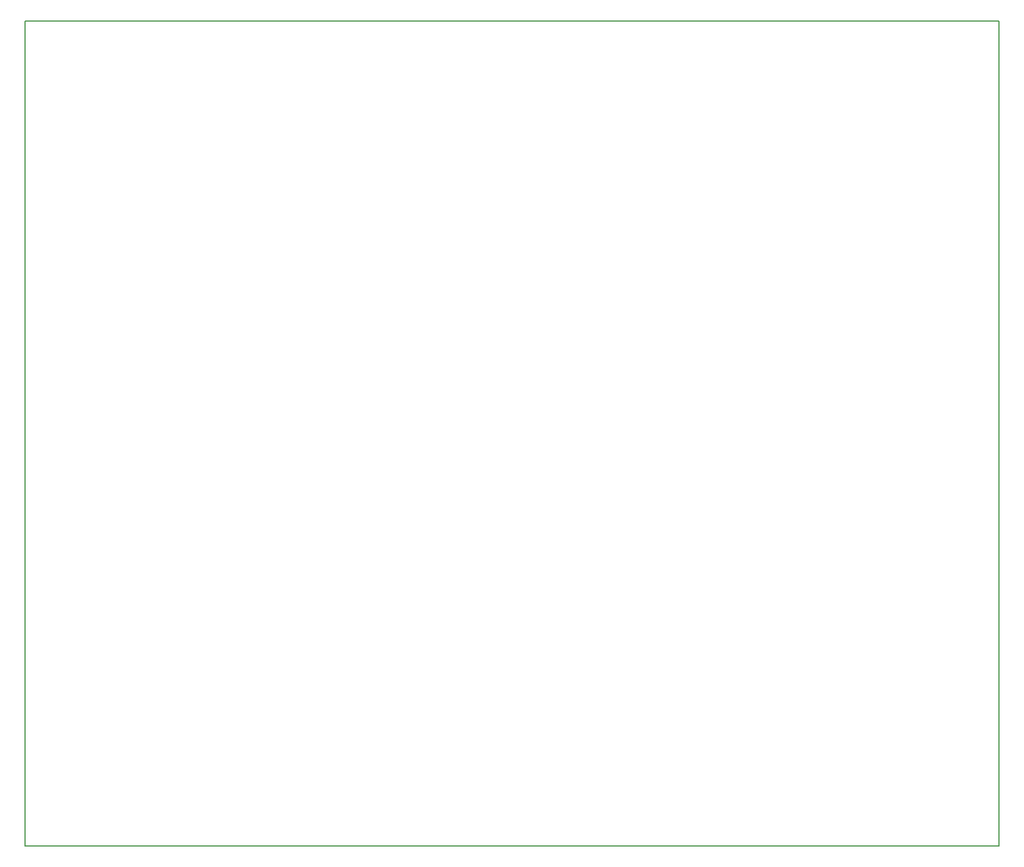
<source format=gbr>
G04 #@! TF.GenerationSoftware,KiCad,Pcbnew,5.1.0-060a0da~80~ubuntu16.04.1*
G04 #@! TF.CreationDate,2019-04-08T13:55:54+05:30*
G04 #@! TF.ProjectId,vcu-power,7663752d-706f-4776-9572-2e6b69636164,rev?*
G04 #@! TF.SameCoordinates,Original*
G04 #@! TF.FileFunction,Profile,NP*
%FSLAX46Y46*%
G04 Gerber Fmt 4.6, Leading zero omitted, Abs format (unit mm)*
G04 Created by KiCad (PCBNEW 5.1.0-060a0da~80~ubuntu16.04.1) date 2019-04-08 13:55:54*
%MOMM*%
%LPD*%
G04 APERTURE LIST*
%ADD10C,0.150000*%
G04 APERTURE END LIST*
D10*
X50000000Y-94000000D02*
X50000000Y-150000000D01*
X50000000Y-27200000D02*
X50000000Y-94000000D01*
X50200000Y-27200000D02*
X50000000Y-27200000D01*
X195000000Y-27200000D02*
X50200000Y-27200000D01*
X195000000Y-150000000D02*
X195000000Y-27200000D01*
X50000000Y-150000000D02*
X195000000Y-150000000D01*
M02*

</source>
